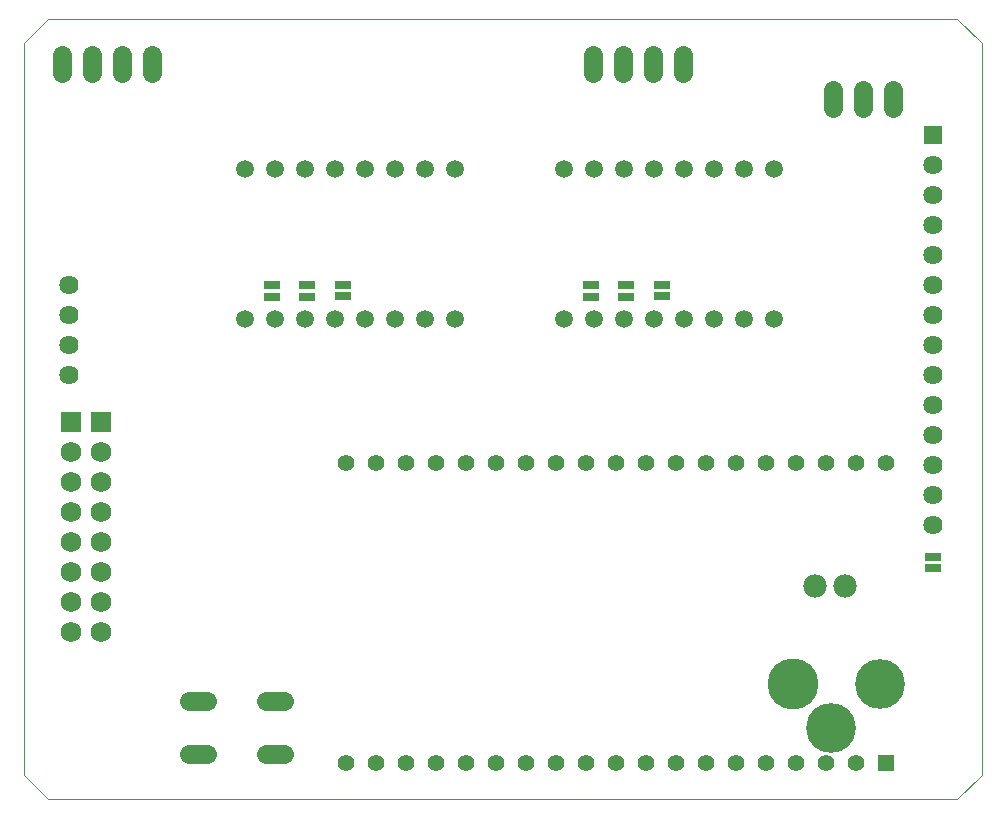
<source format=gbs>
G75*
%MOIN*%
%OFA0B0*%
%FSLAX25Y25*%
%IPPOS*%
%LPD*%
%AMOC8*
5,1,8,0,0,1.08239X$1,22.5*
%
%ADD10C,0.00000*%
%ADD11C,0.06400*%
%ADD12R,0.06400X0.06400*%
%ADD13R,0.05550X0.05550*%
%ADD14C,0.05550*%
%ADD15C,0.05943*%
%ADD16R,0.05400X0.02900*%
%ADD17C,0.16998*%
%ADD18C,0.16600*%
%ADD19C,0.07800*%
%ADD20C,0.06337*%
%ADD21C,0.06400*%
%ADD22R,0.06900X0.06900*%
%ADD23C,0.06900*%
D10*
X0001000Y0008874D02*
X0001000Y0252969D01*
X0008874Y0260843D01*
X0312024Y0260843D01*
X0320409Y0252969D01*
X0320409Y0008874D01*
X0312024Y0001000D01*
X0008874Y0001000D01*
X0001000Y0008874D01*
D11*
X0016039Y0142063D03*
X0016039Y0152063D03*
X0016039Y0162063D03*
X0016039Y0172063D03*
X0304150Y0172063D03*
X0304150Y0182063D03*
X0304150Y0192063D03*
X0304150Y0202063D03*
X0304150Y0212063D03*
X0304150Y0162063D03*
X0304150Y0152063D03*
X0304150Y0142063D03*
X0304150Y0132063D03*
X0304150Y0122063D03*
X0304150Y0112063D03*
X0304150Y0102063D03*
X0304150Y0092063D03*
D12*
X0304150Y0222063D03*
D13*
X0288402Y0012811D03*
D14*
X0278402Y0012811D03*
X0268402Y0012811D03*
X0258402Y0012811D03*
X0248402Y0012811D03*
X0238402Y0012811D03*
X0228402Y0012811D03*
X0218402Y0012811D03*
X0208402Y0012811D03*
X0198402Y0012811D03*
X0188402Y0012811D03*
X0178402Y0012811D03*
X0168402Y0012811D03*
X0158402Y0012811D03*
X0148402Y0012811D03*
X0138402Y0012811D03*
X0128402Y0012811D03*
X0118402Y0012811D03*
X0108402Y0012811D03*
X0108402Y0112811D03*
X0118402Y0112811D03*
X0128402Y0112811D03*
X0138402Y0112811D03*
X0148402Y0112811D03*
X0158402Y0112811D03*
X0168402Y0112811D03*
X0178402Y0112811D03*
X0188402Y0112811D03*
X0198402Y0112811D03*
X0208402Y0112811D03*
X0218402Y0112811D03*
X0228402Y0112811D03*
X0238402Y0112811D03*
X0248402Y0112811D03*
X0258402Y0112811D03*
X0268402Y0112811D03*
X0278402Y0112811D03*
X0288402Y0112811D03*
D15*
X0251039Y0160724D03*
X0241039Y0160724D03*
X0231039Y0160724D03*
X0221039Y0160724D03*
X0211039Y0160724D03*
X0201039Y0160724D03*
X0191039Y0160724D03*
X0181039Y0160724D03*
X0144740Y0160724D03*
X0134740Y0160724D03*
X0124740Y0160724D03*
X0114740Y0160724D03*
X0104740Y0160724D03*
X0094740Y0160724D03*
X0084740Y0160724D03*
X0074740Y0160724D03*
X0074740Y0210724D03*
X0084740Y0210724D03*
X0094740Y0210724D03*
X0104740Y0210724D03*
X0114740Y0210724D03*
X0124740Y0210724D03*
X0134740Y0210724D03*
X0144740Y0210724D03*
X0181039Y0210724D03*
X0191039Y0210724D03*
X0201039Y0210724D03*
X0211039Y0210724D03*
X0221039Y0210724D03*
X0231039Y0210724D03*
X0241039Y0210724D03*
X0251039Y0210724D03*
D16*
X0213598Y0172063D03*
X0213598Y0168520D03*
X0201787Y0168291D03*
X0201787Y0172291D03*
X0189976Y0172291D03*
X0189976Y0168291D03*
X0107299Y0168520D03*
X0107299Y0172063D03*
X0095488Y0172291D03*
X0095488Y0168291D03*
X0083677Y0168291D03*
X0083677Y0172291D03*
X0304150Y0081512D03*
X0304150Y0077969D03*
D17*
X0257387Y0039189D03*
D18*
X0269898Y0024380D03*
X0286209Y0039089D03*
D19*
X0274780Y0071866D03*
X0264780Y0071866D03*
D20*
X0087630Y0033480D02*
X0081693Y0033480D01*
X0081693Y0015764D02*
X0087630Y0015764D01*
X0062039Y0015764D02*
X0056102Y0015764D01*
X0056102Y0033480D02*
X0062039Y0033480D01*
D21*
X0270528Y0231031D02*
X0270528Y0237031D01*
X0280528Y0237031D02*
X0280528Y0231031D01*
X0290528Y0231031D02*
X0290528Y0237031D01*
X0220724Y0242843D02*
X0220724Y0248843D01*
X0210724Y0248843D02*
X0210724Y0242843D01*
X0200724Y0242843D02*
X0200724Y0248843D01*
X0190724Y0248843D02*
X0190724Y0242843D01*
X0043559Y0242843D02*
X0043559Y0248843D01*
X0033559Y0248843D02*
X0033559Y0242843D01*
X0023559Y0242843D02*
X0023559Y0248843D01*
X0013559Y0248843D02*
X0013559Y0242843D01*
D22*
X0016748Y0126551D03*
X0026748Y0126551D03*
D23*
X0026748Y0116551D03*
X0026748Y0106551D03*
X0026748Y0096551D03*
X0016748Y0096551D03*
X0016748Y0106551D03*
X0016748Y0116551D03*
X0016748Y0086551D03*
X0016748Y0076551D03*
X0016748Y0066551D03*
X0016748Y0056551D03*
X0026748Y0056551D03*
X0026748Y0066551D03*
X0026748Y0076551D03*
X0026748Y0086551D03*
M02*

</source>
